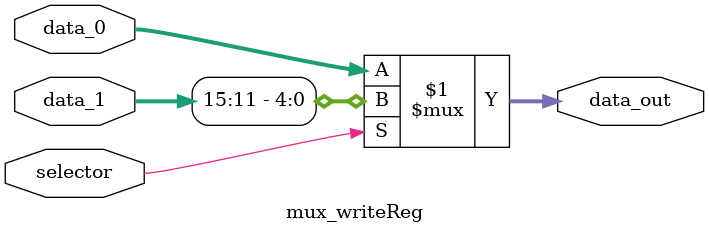
<source format=v>
module mux_writeReg(
    input wire selector,
    input wire [4:0] data_0,
    input wire [15:0] data_1,
    output wire [4:0] data_out
);

    assign data_out = 
        (selector) ? 
        data_1[15:11]: 
        data_0;        

endmodule
</source>
